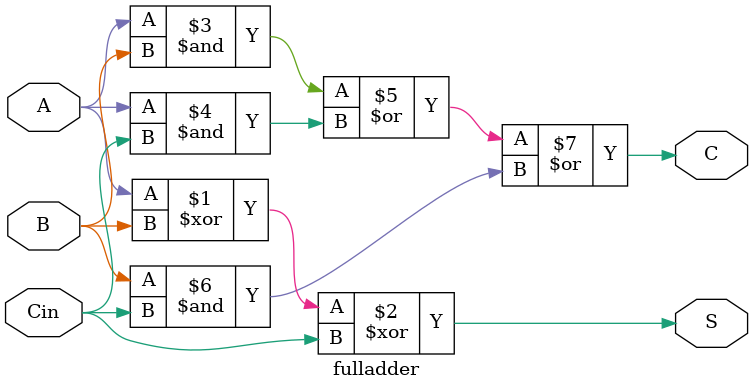
<source format=v>
`timescale 1ns / 1ps
module fulladder(
    input A,
    input B,
    input Cin,
    output S,
    output C
    );
assign S= A ^ B ^ Cin;
assign C = A & B | A & Cin | B & Cin;

endmodule

</source>
